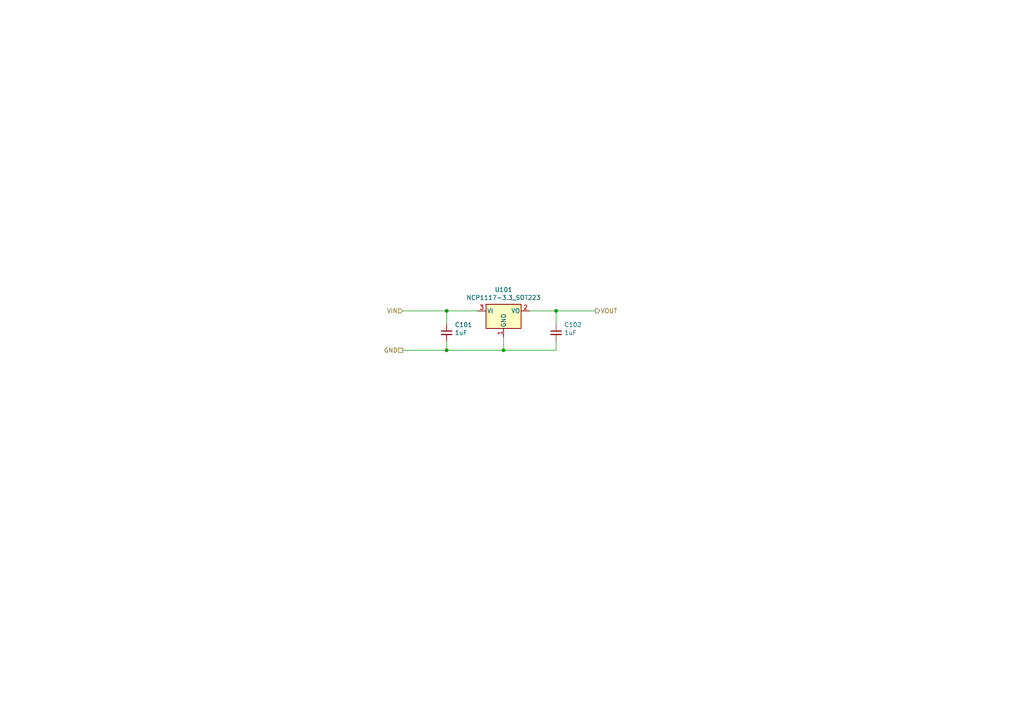
<source format=kicad_sch>
(kicad_sch (version 20211123) (generator eeschema)
  (paper "A4")
  (title_block (title "A 3.3-v LDO as a demo"))
  (lib_symbols
    (symbol "Device:C_Small" (pin_numbers hide) (pin_names (offset 0.254) hide)
      (property "Reference" "C" (at 0.254 1.778 0))
      (property "Value" "C_Small" (at 0.254 -2.032 0))
      (symbol "C_Small_0_1"
        (polyline (pts (xy -1.524 -0.508) (xy 1.524 -0.508)) (stroke (width 0.3302)))
        (polyline (pts (xy -1.524 0.508) (xy 1.524 0.508)) (stroke (width 0.3048)))
      )
      (symbol "C_Small_1_1"
        (pin passive line (at 0 2.54 270) (length 2.032) (name "~") (number "1"))
        (pin passive line (at 0 -2.54 90) (length 2.032) (name "~") (number "2"))
      )
    )
    (symbol "Regulator_Linear:NCP1117-3.3_SOT223" (pin_names (offset 0.254))
      (property "Reference" "U" (at -3.81 3.175 0))
      (property "Value" "NCP1117-3.3_SOT223" (at 0 3.175 0))
      (symbol "NCP1117-3.3_SOT223_0_1"
        (rectangle (start -5.08 -5.08) (end 5.08 1.905) (stroke (width 0.254)) (fill (type background)))
      )
      (symbol "NCP1117-3.3_SOT223_1_1"
        (pin power_in line (at 0 -7.62 90) (length 2.54) (name "GND") (number "1"))
        (pin power_out line (at 7.62 0 180) (length 2.54) (name "VO") (number "2"))
        (pin power_in line (at -7.62 0 0) (length 2.54) (name "VI") (number "3"))
      )
    )
  )
  (junction (at 146.05 101.6))
  (junction (at 161.29 90.17))
  (junction (at 129.54 101.6))
  (junction (at 129.54 90.17))
  (wire (pts (xy 146.05 97.79) (xy 146.05 101.6)))
  (wire (pts (xy 129.54 99.06) (xy 129.54 101.6)))
  (wire (pts (xy 161.29 93.98) (xy 161.29 90.17)))
  (wire (pts (xy 129.54 101.6) (xy 116.84 101.6)))
  (wire (pts (xy 161.29 90.17) (xy 153.67 90.17)))
  (wire (pts (xy 161.29 101.6) (xy 161.29 99.06)))
  (wire (pts (xy 146.05 101.6) (xy 161.29 101.6)))
  (wire (pts (xy 138.43 90.17) (xy 129.54 90.17)))
  (wire (pts (xy 129.54 101.6) (xy 146.05 101.6)))
  (wire (pts (xy 129.54 90.17) (xy 116.84 90.17)))
  (wire (pts (xy 129.54 90.17) (xy 129.54 93.98)))
  (wire (pts (xy 161.29 90.17) (xy 172.72 90.17)))
  (hierarchical_label "GND" (shape passive) (at 116.84 101.6 180))
  (hierarchical_label "VIN" (shape input) (at 116.84 90.17 180))
  (hierarchical_label "VOUT" (shape output) (at 172.72 90.17 0))
  (symbol (lib_id "Regulator_Linear:NCP1117-3.3_SOT223") (at 146.05 90.17 0) (unit 1)
    (property "Reference" "U101" (at 146.05 84.0232 0))
    (property "Value" "NCP1117-3.3_SOT223" (at 146.05 86.3346 0))
    (property "Footprint" "Package_TO_SOT_SMD:SOT-223-3_TabPin2" (effects hide))
    (property "Datasheet" "http://www.onsemi.com/pub_link/Collateral/NCP1117-D.PDF" (effects hide))
  )
  (symbol (lib_id "Device:C_Small") (at 129.54 96.52 0) (unit 1)
    (property "Reference" "C101" (at 131.8768 94.2086 0) (effects (justify left)))
    (property "Value" "1uF" (at 131.8768 96.52 0) (effects (justify left)))
    (property "Footprint" "Capacitor_SMD:C_0603_1608Metric" (effects hide))
    (property "PartNo" "SomePartNumber" (effects hide))
  )
  (symbol (lib_id "Device:C_Small") (at 161.29 96.52 0) (unit 1)
    (property "Reference" "C102" (at 163.6268 94.2086 0) (effects (justify left)))
    (property "Value" "1uF" (at 163.6268 96.52 0) (effects (justify left)))
    (property "Footprint" "Capacitor_SMD:C_0603_1608Metric" (effects hide))
    (property "PartNo" "SomePartNumber" (effects hide))
  )
)
</source>
